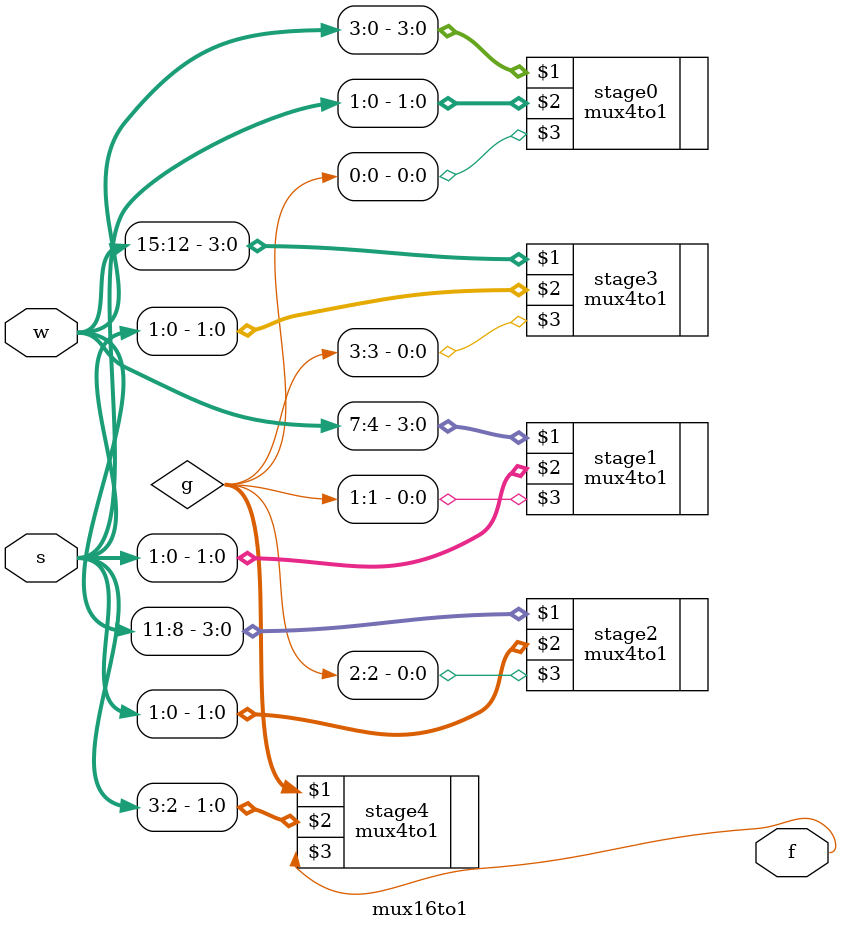
<source format=v>
module mux16to1(w,s,f);
input [15:0]w;
input [3:0]s;
output f;
wire [3:0]g;
mux4to1 stage0(w[3:0],s[1:0],g[0]);
mux4to1 stage1(w[7:4],s[1:0],g[1]);
mux4to1 stage2(w[11:8],s[1:0],g[2]);
mux4to1 stage3(w[15:12],s[1:0],g[3]);
mux4to1 stage4(g,s[3:2],f);
endmodule

</source>
